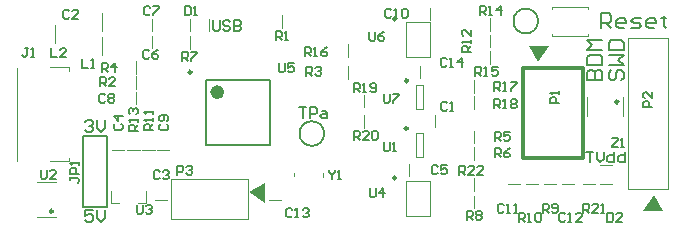
<source format=gto>
G04 Layer_Color=65535*
%FSLAX23Y23*%
%MOIN*%
G70*
G01*
G75*
%ADD29C,0.008*%
%ADD44C,0.010*%
%ADD45C,0.008*%
%ADD46C,0.024*%
%ADD47C,0.004*%
%ADD48C,0.012*%
%ADD49C,0.005*%
%ADD50C,0.007*%
G36*
X2305Y890D02*
X2240D01*
X2275Y945D01*
X2305Y890D01*
D02*
G37*
G36*
X980Y918D02*
X925Y953D01*
X980Y983D01*
Y918D01*
D02*
G37*
G36*
X1890Y1387D02*
X1860Y1442D01*
X1926D01*
X1890Y1387D01*
D02*
G37*
D29*
X374Y905D02*
X452D01*
X374D02*
Y1141D01*
X452Y905D02*
Y1141D01*
X374D02*
X452D01*
X782Y1110D02*
Y1326D01*
X998Y1110D02*
Y1326D01*
X782D02*
X998D01*
X782Y1110D02*
X998D01*
D44*
X273Y890D02*
G03*
X273Y890I-5J0D01*
G01*
X2158Y1255D02*
G03*
X2158Y1255I-5J0D01*
G01*
X1417Y1001D02*
G03*
X1417Y1001I-5J0D01*
G01*
Y1531D02*
G03*
X1417Y1531I-5J0D01*
G01*
X1456Y1325D02*
G03*
X1456Y1325I-5J0D01*
G01*
Y1166D02*
G03*
X1456Y1166I-5J0D01*
G01*
X735Y1354D02*
G03*
X735Y1354I-5J0D01*
G01*
D45*
X1890Y1524D02*
G03*
X1890Y1524I-41J0D01*
G01*
X1177Y1149D02*
G03*
X1177Y1149I-41J0D01*
G01*
X2133Y1360D02*
X2125Y1352D01*
Y1335D01*
X2133Y1327D01*
X2142D01*
X2150Y1335D01*
Y1352D01*
X2158Y1360D01*
X2167D01*
X2175Y1352D01*
Y1335D01*
X2167Y1327D01*
X2125Y1377D02*
X2175D01*
X2158Y1394D01*
X2175Y1410D01*
X2125D01*
Y1427D02*
X2175D01*
Y1452D01*
X2167Y1460D01*
X2133D01*
X2125Y1452D01*
Y1427D01*
X2054Y1328D02*
X2104D01*
Y1353D01*
X2096Y1361D01*
X2087D01*
X2079Y1353D01*
Y1328D01*
Y1353D01*
X2071Y1361D01*
X2062D01*
X2054Y1353D01*
Y1328D01*
Y1378D02*
X2104D01*
Y1403D01*
X2096Y1411D01*
X2062D01*
X2054Y1403D01*
Y1378D01*
X2104Y1428D02*
X2054D01*
X2071Y1445D01*
X2054Y1461D01*
X2104D01*
X408Y893D02*
X381D01*
Y873D01*
X394Y880D01*
X401D01*
X408Y873D01*
Y860D01*
X401Y853D01*
X388D01*
X381Y860D01*
X421Y893D02*
Y866D01*
X434Y853D01*
X448Y866D01*
Y893D01*
X380Y1187D02*
X387Y1194D01*
X400D01*
X407Y1187D01*
Y1181D01*
X400Y1174D01*
X393D01*
X400D01*
X407Y1167D01*
Y1161D01*
X400Y1154D01*
X387D01*
X380Y1161D01*
X420Y1194D02*
Y1167D01*
X433Y1154D01*
X447Y1167D01*
Y1194D01*
D46*
X833Y1287D02*
G03*
X833Y1287I-12J0D01*
G01*
D47*
X221Y989D02*
X283D01*
X221Y871D02*
X283D01*
X2054Y1208D02*
Y1271D01*
X2172Y1208D02*
Y1271D01*
X1449Y875D02*
Y992D01*
X1531Y875D02*
Y992D01*
X1449D02*
X1531D01*
X1449Y875D02*
X1531D01*
X1449Y1405D02*
X1531D01*
X1449Y1522D02*
X1531D01*
Y1405D02*
Y1522D01*
X1449Y1405D02*
Y1522D01*
X1483Y1310D02*
X1507D01*
X1483Y1231D02*
X1507D01*
X1483D02*
Y1310D01*
X1507Y1231D02*
Y1310D01*
Y1072D02*
Y1151D01*
X1483Y1072D02*
Y1151D01*
Y1072D02*
X1507D01*
X1483Y1151D02*
X1507D01*
X2039Y980D02*
X2081D01*
X2096D02*
X2136D01*
X2096Y1044D02*
X2136D01*
X471Y1093D02*
X511D01*
X614Y928D02*
X654D01*
X465Y918D02*
Y956D01*
Y918D02*
X492D01*
X556D02*
X583D01*
Y956D01*
X794Y1490D02*
Y1530D01*
X730Y1490D02*
Y1530D01*
X1311Y1237D02*
Y1279D01*
Y1169D02*
Y1211D01*
X1790Y980D02*
X1830D01*
X1849D02*
X1891D01*
X1909D02*
X1951D01*
X1675Y900D02*
Y942D01*
X1730Y1382D02*
Y1424D01*
X730Y1432D02*
Y1474D01*
X153Y1059D02*
Y1367D01*
X262Y1056D02*
X325D01*
X262Y1370D02*
X325D01*
Y1056D02*
Y1068D01*
Y1358D02*
Y1370D01*
X621Y1093D02*
X661D01*
X602Y1490D02*
Y1530D01*
X1460Y1008D02*
Y1048D01*
X993Y929D02*
X1033D01*
X602Y1433D02*
Y1473D01*
X435Y1491D02*
Y1550D01*
X550Y1348D02*
Y1390D01*
Y1298D02*
Y1340D01*
X1675Y1117D02*
Y1159D01*
Y1062D02*
Y1104D01*
Y1284D02*
Y1326D01*
Y1231D02*
Y1273D01*
X1730Y1492D02*
Y1534D01*
Y1437D02*
Y1479D01*
X1173Y1005D02*
Y1017D01*
X1075Y1006D02*
Y1018D01*
X1037Y1502D02*
Y1544D01*
X1255Y1332D02*
Y1374D01*
Y1404D02*
Y1446D01*
X550Y1249D02*
Y1289D01*
X1530Y1528D02*
Y1568D01*
X1545Y1170D02*
Y1210D01*
X1495Y1335D02*
Y1375D01*
X2189Y964D02*
X2323D01*
Y1469D01*
X2189D02*
X2323D01*
X2189Y964D02*
Y1469D01*
X922Y863D02*
Y997D01*
X668Y863D02*
X922D01*
X668D02*
Y997D01*
X922D01*
X435Y1411D02*
Y1470D01*
X280Y1450D02*
Y1510D01*
X570Y1093D02*
X612D01*
X520D02*
X562D01*
X2055Y1473D02*
Y1481D01*
X1937Y1473D02*
Y1481D01*
Y1473D02*
X2055D01*
X1937Y1571D02*
X2055D01*
X1937Y1563D02*
Y1571D01*
X2055Y1563D02*
Y1571D01*
X1971Y980D02*
X2011D01*
X1675Y958D02*
Y1000D01*
D48*
X2040Y1067D02*
Y1367D01*
X1840D02*
X2040D01*
X1840Y1067D02*
Y1367D01*
Y1067D02*
X2040D01*
D49*
X2135Y1134D02*
X2155D01*
Y1129D01*
X2135Y1109D01*
Y1104D01*
X2155D01*
X2165D02*
X2175D01*
X2170D01*
Y1134D01*
X2165Y1129D01*
X233Y1029D02*
Y1004D01*
X238Y999D01*
X248D01*
X253Y1004D01*
Y1029D01*
X283Y999D02*
X263D01*
X283Y1019D01*
Y1024D01*
X278Y1029D01*
X268D01*
X263Y1024D01*
X556Y1159D02*
X526D01*
Y1174D01*
X531Y1179D01*
X541D01*
X546Y1174D01*
Y1159D01*
Y1169D02*
X556Y1179D01*
Y1189D02*
Y1199D01*
Y1194D01*
X526D01*
X531Y1189D01*
Y1214D02*
X526Y1219D01*
Y1229D01*
X531Y1234D01*
X536D01*
X541Y1229D01*
Y1224D01*
Y1229D01*
X546Y1234D01*
X551D01*
X556Y1229D01*
Y1219D01*
X551Y1214D01*
X607Y1160D02*
X577D01*
Y1175D01*
X582Y1180D01*
X592D01*
X597Y1175D01*
Y1160D01*
Y1170D02*
X607Y1180D01*
Y1190D02*
Y1200D01*
Y1195D01*
X577D01*
X582Y1190D01*
X607Y1215D02*
Y1225D01*
Y1220D01*
X577D01*
X582Y1215D01*
X268Y1433D02*
Y1403D01*
X288D01*
X318D02*
X298D01*
X318Y1423D01*
Y1428D01*
X313Y1433D01*
X303D01*
X298Y1428D01*
X370Y1398D02*
Y1368D01*
X390D01*
X400D02*
X410D01*
X405D01*
Y1398D01*
X400Y1393D01*
X688Y1012D02*
Y1042D01*
X703D01*
X708Y1037D01*
Y1027D01*
X703Y1022D01*
X688D01*
X718Y1037D02*
X723Y1042D01*
X733D01*
X738Y1037D01*
Y1032D01*
X733Y1027D01*
X728D01*
X733D01*
X738Y1022D01*
Y1017D01*
X733Y1012D01*
X723D01*
X718Y1017D01*
X2270Y1237D02*
X2240D01*
Y1252D01*
X2245Y1257D01*
X2255D01*
X2260Y1252D01*
Y1237D01*
X2270Y1287D02*
Y1267D01*
X2250Y1287D01*
X2245D01*
X2240Y1282D01*
Y1272D01*
X2245Y1267D01*
X1585Y1397D02*
X1580Y1402D01*
X1570D01*
X1565Y1397D01*
Y1377D01*
X1570Y1372D01*
X1580D01*
X1585Y1377D01*
X1595Y1372D02*
X1605D01*
X1600D01*
Y1402D01*
X1595Y1397D01*
X1635Y1372D02*
Y1402D01*
X1620Y1387D01*
X1640D01*
X1587Y1250D02*
X1582Y1255D01*
X1572D01*
X1567Y1250D01*
Y1230D01*
X1572Y1225D01*
X1582D01*
X1587Y1230D01*
X1597Y1225D02*
X1607D01*
X1602D01*
Y1255D01*
X1597Y1250D01*
X1401Y1560D02*
X1396Y1565D01*
X1386D01*
X1381Y1560D01*
Y1540D01*
X1386Y1535D01*
X1396D01*
X1401Y1540D01*
X1411Y1535D02*
X1421D01*
X1416D01*
Y1565D01*
X1411Y1560D01*
X1436D02*
X1441Y1565D01*
X1451D01*
X1456Y1560D01*
Y1540D01*
X1451Y1535D01*
X1441D01*
X1436Y1540D01*
Y1560D01*
X447Y1277D02*
X442Y1282D01*
X432D01*
X427Y1277D01*
Y1257D01*
X432Y1252D01*
X442D01*
X447Y1257D01*
X457Y1277D02*
X462Y1282D01*
X472D01*
X477Y1277D01*
Y1272D01*
X472Y1267D01*
X477Y1262D01*
Y1257D01*
X472Y1252D01*
X462D01*
X457Y1257D01*
Y1262D01*
X462Y1267D01*
X457Y1272D01*
Y1277D01*
X462Y1267D02*
X472D01*
X1025Y1383D02*
Y1358D01*
X1030Y1353D01*
X1040D01*
X1045Y1358D01*
Y1383D01*
X1075D02*
X1055D01*
Y1368D01*
X1065Y1373D01*
X1070D01*
X1075Y1368D01*
Y1358D01*
X1070Y1353D01*
X1060D01*
X1055Y1358D01*
X1113Y1406D02*
Y1436D01*
X1128D01*
X1133Y1431D01*
Y1421D01*
X1128Y1416D01*
X1113D01*
X1123D02*
X1133Y1406D01*
X1143D02*
X1153D01*
X1148D01*
Y1436D01*
X1143Y1431D01*
X1188Y1436D02*
X1178Y1431D01*
X1168Y1421D01*
Y1411D01*
X1173Y1406D01*
X1183D01*
X1188Y1411D01*
Y1416D01*
X1183Y1421D01*
X1168D01*
X1118Y1341D02*
Y1371D01*
X1133D01*
X1138Y1366D01*
Y1356D01*
X1133Y1351D01*
X1118D01*
X1128D02*
X1138Y1341D01*
X1148Y1366D02*
X1153Y1371D01*
X1163D01*
X1168Y1366D01*
Y1361D01*
X1163Y1356D01*
X1158D01*
X1163D01*
X1168Y1351D01*
Y1346D01*
X1163Y1341D01*
X1153D01*
X1148Y1346D01*
X1015Y1460D02*
Y1490D01*
X1030D01*
X1035Y1485D01*
Y1475D01*
X1030Y1470D01*
X1015D01*
X1025D02*
X1035Y1460D01*
X1045D02*
X1055D01*
X1050D01*
Y1490D01*
X1045Y1485D01*
X1375Y1120D02*
Y1095D01*
X1380Y1090D01*
X1390D01*
X1395Y1095D01*
Y1120D01*
X1405Y1090D02*
X1415D01*
X1410D01*
Y1120D01*
X1405Y1115D01*
X1375Y1282D02*
Y1257D01*
X1380Y1252D01*
X1390D01*
X1395Y1257D01*
Y1282D01*
X1405D02*
X1425D01*
Y1277D01*
X1405Y1257D01*
Y1252D01*
X1192Y1027D02*
Y1022D01*
X1202Y1012D01*
X1212Y1022D01*
Y1027D01*
X1202Y1012D02*
Y997D01*
X1222D02*
X1232D01*
X1227D01*
Y1027D01*
X1222Y1022D01*
X1665Y1420D02*
X1635D01*
Y1435D01*
X1640Y1440D01*
X1650D01*
X1655Y1435D01*
Y1420D01*
Y1430D02*
X1665Y1440D01*
Y1450D02*
Y1460D01*
Y1455D01*
X1635D01*
X1640Y1450D01*
X1665Y1495D02*
Y1475D01*
X1645Y1495D01*
X1640D01*
X1635Y1490D01*
Y1480D01*
X1640Y1475D01*
X1695Y1545D02*
Y1575D01*
X1710D01*
X1715Y1570D01*
Y1560D01*
X1710Y1555D01*
X1695D01*
X1705D02*
X1715Y1545D01*
X1725D02*
X1735D01*
X1730D01*
Y1575D01*
X1725Y1570D01*
X1765Y1545D02*
Y1575D01*
X1750Y1560D01*
X1770D01*
X1744Y1234D02*
Y1264D01*
X1759D01*
X1764Y1259D01*
Y1249D01*
X1759Y1244D01*
X1744D01*
X1754D02*
X1764Y1234D01*
X1774D02*
X1784D01*
X1779D01*
Y1264D01*
X1774Y1259D01*
X1799D02*
X1804Y1264D01*
X1814D01*
X1819Y1259D01*
Y1254D01*
X1814Y1249D01*
X1819Y1244D01*
Y1239D01*
X1814Y1234D01*
X1804D01*
X1799Y1239D01*
Y1244D01*
X1804Y1249D01*
X1799Y1254D01*
Y1259D01*
X1804Y1249D02*
X1814D01*
X1744Y1291D02*
Y1321D01*
X1759D01*
X1764Y1316D01*
Y1306D01*
X1759Y1301D01*
X1744D01*
X1754D02*
X1764Y1291D01*
X1774D02*
X1784D01*
X1779D01*
Y1321D01*
X1774Y1316D01*
X1799Y1321D02*
X1819D01*
Y1316D01*
X1799Y1296D01*
Y1291D01*
X1745Y1070D02*
Y1100D01*
X1760D01*
X1765Y1095D01*
Y1085D01*
X1760Y1080D01*
X1745D01*
X1755D02*
X1765Y1070D01*
X1795Y1100D02*
X1785Y1095D01*
X1775Y1085D01*
Y1075D01*
X1780Y1070D01*
X1790D01*
X1795Y1075D01*
Y1080D01*
X1790Y1085D01*
X1775D01*
X1745Y1125D02*
Y1155D01*
X1760D01*
X1765Y1150D01*
Y1140D01*
X1760Y1135D01*
X1745D01*
X1755D02*
X1765Y1125D01*
X1795Y1155D02*
X1775D01*
Y1140D01*
X1785Y1145D01*
X1790D01*
X1795Y1140D01*
Y1130D01*
X1790Y1125D01*
X1780D01*
X1775Y1130D01*
X1961Y1250D02*
X1931D01*
Y1265D01*
X1936Y1270D01*
X1946D01*
X1951Y1265D01*
Y1250D01*
X1961Y1280D02*
Y1290D01*
Y1285D01*
X1931D01*
X1936Y1280D01*
X431Y1306D02*
Y1336D01*
X446D01*
X451Y1331D01*
Y1321D01*
X446Y1316D01*
X431D01*
X441D02*
X451Y1306D01*
X481D02*
X461D01*
X481Y1326D01*
Y1331D01*
X476Y1336D01*
X466D01*
X461Y1331D01*
X436Y1355D02*
Y1385D01*
X451D01*
X456Y1380D01*
Y1370D01*
X451Y1365D01*
X436D01*
X446D02*
X456Y1355D01*
X481D02*
Y1385D01*
X466Y1370D01*
X486D01*
X328Y1556D02*
X323Y1561D01*
X313D01*
X308Y1556D01*
Y1536D01*
X313Y1531D01*
X323D01*
X328Y1536D01*
X358Y1531D02*
X338D01*
X358Y1551D01*
Y1556D01*
X353Y1561D01*
X343D01*
X338Y1556D01*
X594Y1423D02*
X589Y1428D01*
X579D01*
X574Y1423D01*
Y1403D01*
X579Y1398D01*
X589D01*
X594Y1403D01*
X624Y1428D02*
X614Y1423D01*
X604Y1413D01*
Y1403D01*
X609Y1398D01*
X619D01*
X624Y1403D01*
Y1408D01*
X619Y1413D01*
X604D01*
X1070Y895D02*
X1065Y900D01*
X1055D01*
X1050Y895D01*
Y875D01*
X1055Y870D01*
X1065D01*
X1070Y875D01*
X1080Y870D02*
X1090D01*
X1085D01*
Y900D01*
X1080Y895D01*
X1105D02*
X1110Y900D01*
X1120D01*
X1125Y895D01*
Y890D01*
X1120Y885D01*
X1115D01*
X1120D01*
X1125Y880D01*
Y875D01*
X1120Y870D01*
X1110D01*
X1105Y875D01*
X1555Y1038D02*
X1550Y1043D01*
X1540D01*
X1535Y1038D01*
Y1018D01*
X1540Y1013D01*
X1550D01*
X1555Y1018D01*
X1585Y1043D02*
X1565D01*
Y1028D01*
X1575Y1033D01*
X1580D01*
X1585Y1028D01*
Y1018D01*
X1580Y1013D01*
X1570D01*
X1565Y1018D01*
X598Y1568D02*
X593Y1573D01*
X583D01*
X578Y1568D01*
Y1548D01*
X583Y1543D01*
X593D01*
X598Y1548D01*
X608Y1573D02*
X628D01*
Y1568D01*
X608Y1548D01*
Y1543D01*
X632Y1180D02*
X627Y1175D01*
Y1165D01*
X632Y1160D01*
X652D01*
X657Y1165D01*
Y1175D01*
X652Y1180D01*
Y1190D02*
X657Y1195D01*
Y1205D01*
X652Y1210D01*
X632D01*
X627Y1205D01*
Y1195D01*
X632Y1190D01*
X637D01*
X642Y1195D01*
Y1210D01*
X190Y1435D02*
X180D01*
X185D01*
Y1410D01*
X180Y1405D01*
X175D01*
X170Y1410D01*
X200Y1405D02*
X210D01*
X205D01*
Y1435D01*
X200Y1430D01*
X704Y1392D02*
Y1422D01*
X719D01*
X724Y1417D01*
Y1407D01*
X719Y1402D01*
X704D01*
X714D02*
X724Y1392D01*
X734Y1422D02*
X754D01*
Y1417D01*
X734Y1397D01*
Y1392D01*
X1980Y880D02*
X1975Y885D01*
X1965D01*
X1960Y880D01*
Y860D01*
X1965Y855D01*
X1975D01*
X1980Y860D01*
X1990Y855D02*
X2000D01*
X1995D01*
Y885D01*
X1990Y880D01*
X2035Y855D02*
X2015D01*
X2035Y875D01*
Y880D01*
X2030Y885D01*
X2020D01*
X2015Y880D01*
X1680Y1341D02*
Y1371D01*
X1695D01*
X1700Y1366D01*
Y1356D01*
X1695Y1351D01*
X1680D01*
X1690D02*
X1700Y1341D01*
X1710D02*
X1720D01*
X1715D01*
Y1371D01*
X1710Y1366D01*
X1755Y1371D02*
X1735D01*
Y1356D01*
X1745Y1361D01*
X1750D01*
X1755Y1356D01*
Y1346D01*
X1750Y1341D01*
X1740D01*
X1735Y1346D01*
X1328Y1488D02*
Y1463D01*
X1333Y1458D01*
X1343D01*
X1348Y1463D01*
Y1488D01*
X1378D02*
X1368Y1483D01*
X1358Y1473D01*
Y1463D01*
X1363Y1458D01*
X1373D01*
X1378Y1463D01*
Y1468D01*
X1373Y1473D01*
X1358D01*
X1329Y967D02*
Y942D01*
X1334Y937D01*
X1344D01*
X1349Y942D01*
Y967D01*
X1374Y937D02*
Y967D01*
X1359Y952D01*
X1379D01*
X1652Y861D02*
Y891D01*
X1667D01*
X1672Y886D01*
Y876D01*
X1667Y871D01*
X1652D01*
X1662D02*
X1672Y861D01*
X1682Y886D02*
X1687Y891D01*
X1697D01*
X1702Y886D01*
Y881D01*
X1697Y876D01*
X1702Y871D01*
Y866D01*
X1697Y861D01*
X1687D01*
X1682Y866D01*
Y871D01*
X1687Y876D01*
X1682Y881D01*
Y886D01*
X1687Y876D02*
X1697D01*
X1905Y885D02*
Y915D01*
X1920D01*
X1925Y910D01*
Y900D01*
X1920Y895D01*
X1905D01*
X1915D02*
X1925Y885D01*
X1935Y890D02*
X1940Y885D01*
X1950D01*
X1955Y890D01*
Y910D01*
X1950Y915D01*
X1940D01*
X1935Y910D01*
Y905D01*
X1940Y900D01*
X1955D01*
X1825Y855D02*
Y885D01*
X1840D01*
X1845Y880D01*
Y870D01*
X1840Y865D01*
X1825D01*
X1835D02*
X1845Y855D01*
X1855D02*
X1865D01*
X1860D01*
Y885D01*
X1855Y880D01*
X1880D02*
X1885Y885D01*
X1895D01*
X1900Y880D01*
Y860D01*
X1895Y855D01*
X1885D01*
X1880Y860D01*
Y880D01*
X1775Y910D02*
X1770Y915D01*
X1760D01*
X1755Y910D01*
Y890D01*
X1760Y885D01*
X1770D01*
X1775Y890D01*
X1785Y885D02*
X1795D01*
X1790D01*
Y915D01*
X1785Y910D01*
X1810Y885D02*
X1820D01*
X1815D01*
Y915D01*
X1810Y910D01*
X1275Y1129D02*
Y1159D01*
X1290D01*
X1295Y1154D01*
Y1144D01*
X1290Y1139D01*
X1275D01*
X1285D02*
X1295Y1129D01*
X1325D02*
X1305D01*
X1325Y1149D01*
Y1154D01*
X1320Y1159D01*
X1310D01*
X1305Y1154D01*
X1335D02*
X1340Y1159D01*
X1350D01*
X1355Y1154D01*
Y1134D01*
X1350Y1129D01*
X1340D01*
X1335Y1134D01*
Y1154D01*
X1276Y1287D02*
Y1317D01*
X1291D01*
X1296Y1312D01*
Y1302D01*
X1291Y1297D01*
X1276D01*
X1286D02*
X1296Y1287D01*
X1306D02*
X1316D01*
X1311D01*
Y1317D01*
X1306Y1312D01*
X1331Y1292D02*
X1336Y1287D01*
X1346D01*
X1351Y1292D01*
Y1312D01*
X1346Y1317D01*
X1336D01*
X1331Y1312D01*
Y1307D01*
X1336Y1302D01*
X1351D01*
X712Y1574D02*
Y1544D01*
X727D01*
X732Y1549D01*
Y1569D01*
X727Y1574D01*
X712D01*
X742Y1544D02*
X752D01*
X747D01*
Y1574D01*
X742Y1569D01*
X553Y911D02*
Y886D01*
X558Y881D01*
X568D01*
X573Y886D01*
Y911D01*
X583Y906D02*
X588Y911D01*
X598D01*
X603Y906D01*
Y901D01*
X598Y896D01*
X593D01*
X598D01*
X603Y891D01*
Y886D01*
X598Y881D01*
X588D01*
X583Y886D01*
X629Y1021D02*
X624Y1026D01*
X614D01*
X609Y1021D01*
Y1001D01*
X614Y996D01*
X624D01*
X629Y1001D01*
X639Y1021D02*
X644Y1026D01*
X654D01*
X659Y1021D01*
Y1016D01*
X654Y1011D01*
X649D01*
X654D01*
X659Y1006D01*
Y1001D01*
X654Y996D01*
X644D01*
X639Y1001D01*
X480Y1182D02*
X475Y1177D01*
Y1167D01*
X480Y1162D01*
X500D01*
X505Y1167D01*
Y1177D01*
X500Y1182D01*
X505Y1207D02*
X475D01*
X490Y1192D01*
Y1212D01*
X331Y1005D02*
Y995D01*
Y1000D01*
X356D01*
X361Y995D01*
Y990D01*
X356Y985D01*
X361Y1015D02*
X331D01*
Y1030D01*
X336Y1035D01*
X346D01*
X351Y1030D01*
Y1015D01*
X361Y1045D02*
Y1055D01*
Y1050D01*
X331D01*
X336Y1045D01*
X2121Y885D02*
Y855D01*
X2136D01*
X2141Y860D01*
Y880D01*
X2136Y885D01*
X2121D01*
X2171Y855D02*
X2151D01*
X2171Y875D01*
Y880D01*
X2166Y885D01*
X2156D01*
X2151Y880D01*
X2040Y885D02*
Y915D01*
X2055D01*
X2060Y910D01*
Y900D01*
X2055Y895D01*
X2040D01*
X2050D02*
X2060Y885D01*
X2090D02*
X2070D01*
X2090Y905D01*
Y910D01*
X2085Y915D01*
X2075D01*
X2070Y910D01*
X2100Y885D02*
X2110D01*
X2105D01*
Y915D01*
X2100Y910D01*
X1094Y1237D02*
X1117D01*
X1106D01*
Y1202D01*
X1129D02*
Y1237D01*
X1146D01*
X1152Y1231D01*
Y1219D01*
X1146Y1214D01*
X1129D01*
X1170Y1225D02*
X1181D01*
X1187Y1219D01*
Y1202D01*
X1170D01*
X1164Y1208D01*
X1170Y1214D01*
X1187D01*
X1628Y1012D02*
Y1042D01*
X1643D01*
X1648Y1037D01*
Y1027D01*
X1643Y1022D01*
X1628D01*
X1638D02*
X1648Y1012D01*
X1678D02*
X1658D01*
X1678Y1032D01*
Y1037D01*
X1673Y1042D01*
X1663D01*
X1658Y1037D01*
X1708Y1012D02*
X1688D01*
X1708Y1032D01*
Y1037D01*
X1703Y1042D01*
X1693D01*
X1688Y1037D01*
X2051Y1088D02*
X2074D01*
X2063D01*
Y1053D01*
X2086Y1088D02*
Y1065D01*
X2098Y1053D01*
X2109Y1065D01*
Y1088D01*
X2144D02*
Y1053D01*
X2127D01*
X2121Y1059D01*
Y1070D01*
X2127Y1076D01*
X2144D01*
X2179Y1088D02*
Y1053D01*
X2162D01*
X2156Y1059D01*
Y1070D01*
X2162Y1076D01*
X2179D01*
X806Y1526D02*
Y1497D01*
X812Y1491D01*
X823D01*
X829Y1497D01*
Y1526D01*
X864Y1520D02*
X858Y1526D01*
X847D01*
X841Y1520D01*
Y1514D01*
X847Y1508D01*
X858D01*
X864Y1503D01*
Y1497D01*
X858Y1491D01*
X847D01*
X841Y1497D01*
X876Y1526D02*
Y1491D01*
X893D01*
X899Y1497D01*
Y1503D01*
X893Y1508D01*
X876D01*
X893D01*
X899Y1514D01*
Y1520D01*
X893Y1526D01*
X876D01*
D50*
X2101Y1500D02*
Y1550D01*
X2126D01*
X2134Y1542D01*
Y1525D01*
X2126Y1517D01*
X2101D01*
X2118D02*
X2134Y1500D01*
X2176D02*
X2159D01*
X2151Y1508D01*
Y1525D01*
X2159Y1533D01*
X2176D01*
X2184Y1525D01*
Y1517D01*
X2151D01*
X2201Y1500D02*
X2226D01*
X2234Y1508D01*
X2226Y1517D01*
X2209D01*
X2201Y1525D01*
X2209Y1533D01*
X2234D01*
X2276Y1500D02*
X2259D01*
X2251Y1508D01*
Y1525D01*
X2259Y1533D01*
X2276D01*
X2284Y1525D01*
Y1517D01*
X2251D01*
X2309Y1542D02*
Y1533D01*
X2301D01*
X2318D01*
X2309D01*
Y1508D01*
X2318Y1500D01*
M02*

</source>
